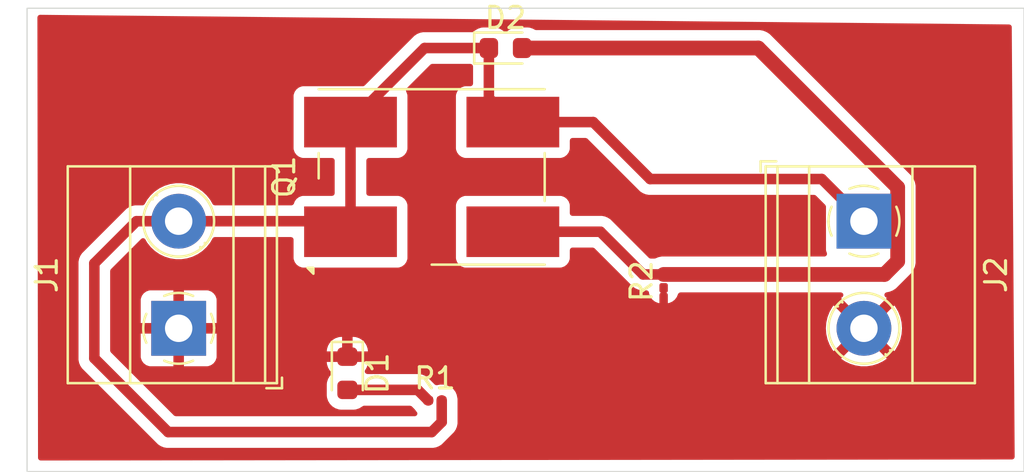
<source format=kicad_pcb>
(kicad_pcb (version 20240108) (generator "pcbnew") (generator_version "8.0")
  (layers (0 "F.Cu" signal) (31 "B.Cu" signal) (34 "B.Paste" user) (35 "F.Paste" user) (36 "B.SilkS" user "B.Silkscreen") (37 "F.SilkS" user "F.Silkscreen") (38 "B.Mask" user) (39 "F.Mask" user) (44 "Edge.Cuts" user))
  (net 0 "")
  (net 1 "GND")
  (net 2 "Net-(D1-A)")
  (net 3 "Net-(D2-A)")
  (net 4 "+9V")
  (footprint "Diode_SMD:D_0603_1608Metric" (layer "F.Cu") (at 149.5 67.7875)
    (property "Reference" "D2" (at 0 -1.43 0) (layer "F.SilkS"))
    (property "Value" "D")
    (fp_line (start -1.485 -0.735) (end -1.485 0.735) (stroke (width 0.12)) (layer "F.SilkS"))
    (fp_line (start -1.485 0.735) (end 0.8 0.735) (stroke (width 0.12)) (layer "F.SilkS"))
    (fp_line (start 0.8 -0.735) (end -1.485 -0.735) (stroke (width 0.12)) (layer "F.SilkS"))
    (pad "1" smd roundrect (at -0.7875 0) (size 0.875 0.95) (layers "F.Cu" "F.Paste" "F.Mask") (net 4 "+9V"))
    (pad "2" smd roundrect (at 0.7875 0) (size 0.875 0.95) (layers "F.Cu" "F.Paste" "F.Mask") (net 3 "Net-(D2-A)"))
  )
  (footprint "Diode_SMD:Diode_Bridge_Bourns_CD-DF4xxS" (layer "F.Cu") (at 146 73.9 90)
    (property "Reference" "Q1" (at 0 -7 90) (layer "F.SilkS"))
    (property "Value" "PMOS_Substrate")
    (fp_line (start 4.16 -5.36) (end 4.16 5.36) (stroke (width 0.12)) (layer "F.SilkS"))
    (fp_line (start -0.07 -5.36) (end 1.13 -5.36) (stroke (width 0.12)) (layer "F.SilkS"))
    (fp_line (start -4.16 0) (end -4.16 5.36) (stroke (width 0.12)) (layer "F.SilkS"))
    (fp_line (start -1.14 5.36) (end 1.13 5.36) (stroke (width 0.12)) (layer "F.SilkS"))
    (fp_poly (pts (xy -4.31 -5.61) (xy -4.59 -5.61) (xy -4.31 -5.89) (xy -4.31 -5.61)) (stroke (width 0.12)) (fill solid) (layer "F.SilkS"))
    (pad "1" smd rect (at -2.6 -3.85 90) (size 2.4 4.4) (layers "F.Cu" "F.Paste" "F.Mask") (net 4 "+9V"))
    (pad "2" smd rect (at -2.6 3.85 90) (size 2.4 4.4) (layers "F.Cu" "F.Paste" "F.Mask") (net 3 "Net-(D2-A)"))
    (pad "3" smd rect (at 2.6 3.85 90) (size 2.4 4.4) (layers "F.Cu" "F.Paste" "F.Mask") (net 4 "+9V"))
    (pad "4" smd rect (at 2.6 -3.85 90) (size 2.4 4.4) (layers "F.Cu" "F.Paste" "F.Mask") (net 4 "+9V"))
  )
  (footprint "Resistor_SMD:R_0201_0603Metric" (layer "F.Cu") (at 146.155 84.5)
    (property "Reference" "R1" (at 0 -1.05 0) (layer "F.SilkS"))
    (property "Value" "330R")
    (pad "1" smd roundrect (at -0.32 0) (size 0.46 0.4) (layers "F.Cu" "F.Mask") (net 2 "Net-(D1-A)"))
    (pad "2" smd roundrect (at 0.32 0) (size 0.46 0.4) (layers "F.Cu" "F.Mask") (net 4 "+9V"))
  )
  (footprint "TerminalBlock_Phoenix:TerminalBlock_Phoenix_MKDS-1,5-2-5.08_1x02_P5.08mm_Horizontal" (layer "F.Cu") (at 166.5 76 -90)
    (property "Reference" "J2" (at 2.54 -6.26 90) (layer "F.SilkS"))
    (property "Value" "Screw_Terminal_01x02")
    (fp_line (start -2.84 4.9) (end -2.34 4.9) (stroke (width 0.12)) (layer "F.SilkS"))
    (fp_line (start -2.6 4.66) (end 7.68 4.66) (stroke (width 0.12)) (layer "F.SilkS"))
    (fp_line (start -2.84 4.16) (end -2.84 4.9) (stroke (width 0.12)) (layer "F.SilkS"))
    (fp_line (start -2.6 4.1) (end 7.68 4.1) (stroke (width 0.12)) (layer "F.SilkS"))
    (fp_line (start -2.6 2.6) (end 7.68 2.6) (stroke (width 0.12)) (layer "F.SilkS"))
    (fp_line (start 4.046 1.239) (end 4.011 1.274) (stroke (width 0.12)) (layer "F.SilkS"))
    (fp_line (start 3.853 1.023) (end 3.806 1.069) (stroke (width 0.12)) (layer "F.SilkS"))
    (fp_line (start 6.355 -1.069) (end 6.308 -1.023) (stroke (width 0.12)) (layer "F.SilkS"))
    (fp_line (start 6.15 -1.275) (end 6.115 -1.239) (stroke (width 0.12)) (layer "F.SilkS"))
    (fp_line (start -2.6 -2.301) (end 7.68 -2.301) (stroke (width 0.12)) (layer "F.SilkS"))
    (fp_line (start -2.6 -5.261) (end -2.6 4.66) (stroke (width 0.12)) (layer "F.SilkS"))
    (fp_line (start -2.6 -5.261) (end 7.68 -5.261) (stroke (width 0.12)) (layer "F.SilkS"))
    (fp_line (start 7.68 -5.261) (end 7.68 4.66) (stroke (width 0.12)) (layer "F.SilkS"))
    (fp_arc (start 0.028805 1.680253) (mid -0.335551 1.646659) (end -0.684 1.535) (stroke (width 0.12)) (layer "F.SilkS"))
    (fp_arc (start 0.683318 1.534756) (mid 0.349292 1.643288) (end 0 1.68) (stroke (width 0.12)) (layer "F.SilkS"))
    (fp_arc (start -1.535427 0.683042) (mid -1.680501 -0.000524) (end -1.535 -0.684) (stroke (width 0.12)) (layer "F.SilkS"))
    (fp_arc (start 1.535427 -0.683042) (mid 1.680501 0.000524) (end 1.535 0.684) (stroke (width 0.12)) (layer "F.SilkS"))
    (fp_arc (start -0.683042 -1.535427) (mid 0.000524 -1.680501) (end 0.684 -1.535) (stroke (width 0.12)) (layer "F.SilkS"))
    (fp_circle (center 5.08 0) (end 6.76 0) (stroke (width 0.12)) (fill none) (layer "F.SilkS"))
    (pad "1" thru_hole rect (at 0 0 270) (size 2.6 2.6) (drill 1.3) (layers "*.Cu" "*.Mask") (net 4 "+9V"))
    (pad "2" thru_hole circle (at 5.08 0 270) (size 2.6 2.6) (drill 1.3) (layers "*.Cu" "*.Mask") (net 1 "GND"))
  )
  (footprint "TerminalBlock_Phoenix:TerminalBlock_Phoenix_MKDS-1,5-2-5.08_1x02_P5.08mm_Horizontal" (layer "F.Cu") (at 134 81.08 90)
    (property "Reference" "J1" (at 2.54 -6.26 90) (layer "F.SilkS"))
    (property "Value" "Screw_Terminal_01x02")
    (fp_line (start 7.68 -5.261) (end 7.68 4.66) (stroke (width 0.12)) (layer "F.SilkS"))
    (fp_line (start -2.6 -5.261) (end 7.68 -5.261) (stroke (width 0.12)) (layer "F.SilkS"))
    (fp_line (start -2.6 -5.261) (end -2.6 4.66) (stroke (width 0.12)) (layer "F.SilkS"))
    (fp_line (start -2.6 -2.301) (end 7.68 -2.301) (stroke (width 0.12)) (layer "F.SilkS"))
    (fp_line (start 6.15 -1.275) (end 6.115 -1.239) (stroke (width 0.12)) (layer "F.SilkS"))
    (fp_line (start 6.355 -1.069) (end 6.308 -1.023) (stroke (width 0.12)) (layer "F.SilkS"))
    (fp_line (start 3.853 1.023) (end 3.806 1.069) (stroke (width 0.12)) (layer "F.SilkS"))
    (fp_line (start 4.046 1.239) (end 4.011 1.274) (stroke (width 0.12)) (layer "F.SilkS"))
    (fp_line (start -2.6 2.6) (end 7.68 2.6) (stroke (width 0.12)) (layer "F.SilkS"))
    (fp_line (start -2.6 4.1) (end 7.68 4.1) (stroke (width 0.12)) (layer "F.SilkS"))
    (fp_line (start -2.84 4.16) (end -2.84 4.9) (stroke (width 0.12)) (layer "F.SilkS"))
    (fp_line (start -2.6 4.66) (end 7.68 4.66) (stroke (width 0.12)) (layer "F.SilkS"))
    (fp_line (start -2.84 4.9) (end -2.34 4.9) (stroke (width 0.12)) (layer "F.SilkS"))
    (fp_arc (start -0.683042 -1.535427) (mid 0.000524 -1.680501) (end 0.684 -1.535) (stroke (width 0.12)) (layer "F.SilkS"))
    (fp_arc (start 1.535427 -0.683042) (mid 1.680501 0.000524) (end 1.535 0.684) (stroke (width 0.12)) (layer "F.SilkS"))
    (fp_arc (start -1.535427 0.683042) (mid -1.680501 -0.000524) (end -1.535 -0.684) (stroke (width 0.12)) (layer "F.SilkS"))
    (fp_arc (start 0.683318 1.534756) (mid 0.349292 1.643288) (end 0 1.68) (stroke (width 0.12)) (layer "F.SilkS"))
    (fp_arc (start 0.028805 1.680253) (mid -0.335551 1.646659) (end -0.684 1.535) (stroke (width 0.12)) (layer "F.SilkS"))
    (fp_circle (center 5.08 0) (end 6.76 0) (stroke (width 0.12)) (fill none) (layer "F.SilkS"))
    (pad "1" thru_hole rect (at 0 0 90) (size 2.6 2.6) (drill 1.3) (layers "*.Cu" "*.Mask") (net 1 "GND"))
    (pad "2" thru_hole circle (at 5.08 0 90) (size 2.6 2.6) (drill 1.3) (layers "*.Cu" "*.Mask") (net 4 "+9V"))
  )
  (footprint "LED_SMD:LED_0603_1608Metric" (layer "F.Cu") (at 142 83.2125 -90)
    (property "Reference" "D1" (at 0 -1.43 90) (layer "F.SilkS"))
    (property "Value" "LED")
    (fp_line (start -1.485 0.735) (end 0.8 0.735) (stroke (width 0.12)) (layer "F.SilkS"))
    (fp_line (start -1.485 -0.735) (end -1.485 0.735) (stroke (width 0.12)) (layer "F.SilkS"))
    (fp_line (start 0.8 -0.735) (end -1.485 -0.735) (stroke (width 0.12)) (layer "F.SilkS"))
    (pad "1" smd roundrect (at -0.7875 0 270) (size 0.875 0.95) (layers "F.Cu" "F.Paste" "F.Mask") (net 1 "GND"))
    (pad "2" smd roundrect (at 0.7875 0 270) (size 0.875 0.95) (layers "F.Cu" "F.Paste" "F.Mask") (net 2 "Net-(D1-A)"))
  )
  (footprint "Resistor_SMD:R_0201_0603Metric" (layer "F.Cu") (at 157 78.845 90)
    (property "Reference" "R2" (at 0 -1.05 90) (layer "F.SilkS"))
    (property "Value" "330R")
    (pad "1" smd roundrect (at -0.32 0 90) (size 0.46 0.4) (layers "F.Cu" "F.Mask") (net 1 "GND"))
    (pad "2" smd roundrect (at 0.32 0 90) (size 0.46 0.4) (layers "F.Cu" "F.Mask") (net 3 "Net-(D2-A)"))
  )
  (gr_rect (start 126.81 65.9) (end 174.09 87.87) (stroke (width 0.05)) (fill none) (layer "Edge.Cuts"))
  (segment (start 145.335 84) (end 145.835 84.5) (width 0.5) (layer "F.Cu") (net 2))
  (segment (start 142 84) (end 145.335 84) (width 0.5) (layer "F.Cu") (net 2))
  (segment (start 156.025 78.525) (end 154 76.5) (width 0.5) (layer "F.Cu") (net 3))
  (segment (start 168.1 77.9) (end 167.475 78.525) (width 0.7) (layer "F.Cu") (net 3))
  (segment (start 154 76.5) (end 149.85 76.5) (width 0.5) (layer "F.Cu") (net 3))
  (segment (start 168.1 74.4) (end 168.1 77.9) (width 0.7) (layer "F.Cu") (net 3))
  (segment (start 167.475 78.525) (end 157 78.525) (width 0.7) (layer "F.Cu") (net 3))
  (segment (start 150.2875 67.7875) (end 161.4875 67.7875) (width 0.7) (layer "F.Cu") (net 3))
  (segment (start 161.4875 67.7875) (end 168.1 74.4) (width 0.7) (layer "F.Cu") (net 3))
  (segment (start 157 78.525) (end 156.025 78.525) (width 0.5) (layer "F.Cu") (net 3))
  (segment (start 164.5 74) (end 166.5 76) (width 0.5) (layer "F.Cu") (net 4))
  (segment (start 141.615 75.965) (end 142.15 76.5) (width 0.5) (layer "F.Cu") (net 4))
  (segment (start 149.85 71.3) (end 153.66 71.3) (width 0.5) (layer "F.Cu") (net 4))
  (segment (start 133.5 86) (end 130 82.5) (width 0.5) (layer "F.Cu") (net 4))
  (segment (start 142.15 76.5) (end 142.15 77.35) (width 0.2) (layer "F.Cu") (net 4))
  (segment (start 130 82.5) (end 130 78) (width 0.5) (layer "F.Cu") (net 4))
  (segment (start 148.7125 67.7875) (end 145.6625 67.7875) (width 0.5) (layer "F.Cu") (net 4))
  (segment (start 142.15 76.5) (end 142.15 71.3) (width 0.5) (layer "F.Cu") (net 4))
  (segment (start 146.475 85.525) (end 146 86) (width 0.5) (layer "F.Cu") (net 4))
  (segment (start 156.36 74) (end 164.5 74) (width 0.5) (layer "F.Cu") (net 4))
  (segment (start 145.6625 67.7875) (end 142.15 71.3) (width 0.5) (layer "F.Cu") (net 4))
  (segment (start 132 76) (end 134 76) (width 0.5) (layer "F.Cu") (net 4))
  (segment (start 148.7125 70.1625) (end 149.85 71.3) (width 0.5) (layer "F.Cu") (net 4))
  (segment (start 130 78) (end 132 76) (width 0.5) (layer "F.Cu") (net 4))
  (segment (start 153.66 71.3) (end 156.36 74) (width 0.5) (layer "F.Cu") (net 4))
  (segment (start 146 86) (end 133.5 86) (width 0.5) (layer "F.Cu") (net 4))
  (segment (start 146.475 84.5) (end 146.475 85.525) (width 0.5) (layer "F.Cu") (net 4))
  (segment (start 141.65 76) (end 142.15 76.5) (width 0.5) (layer "F.Cu") (net 4))
  (segment (start 148.7125 67.7875) (end 148.7125 70.1625) (width 0.5) (layer "F.Cu") (net 4))
  (segment (start 134 76) (end 141.65 76) (width 0.5) (layer "F.Cu") (net 4))
  (zone (net 1) (net_name "GND") (layer "F.Cu") (connect_pads (clearance 0.5)) (min_thickness 0.25) (fill yes (thermal_gap 0.5) (thermal_bridge_width 0.5))
    (polygon (pts (xy 127.3 66.21) (xy 127.33 87.35) (xy 173.65 87.3) (xy 173.51 66.67)))
  )
)
</source>
